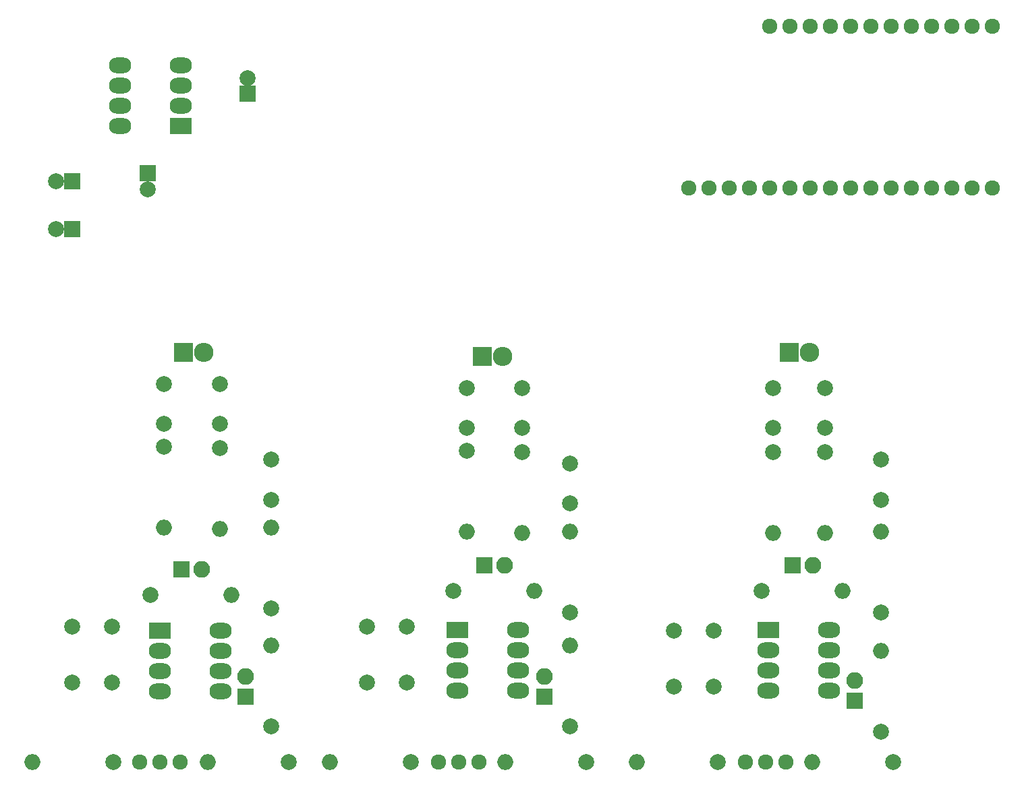
<source format=gbr>
G04 #@! TF.FileFunction,Soldermask,Bot*
%FSLAX46Y46*%
G04 Gerber Fmt 4.6, Leading zero omitted, Abs format (unit mm)*
G04 Created by KiCad (PCBNEW 4.0.5) date 03/24/17 14:53:25*
%MOMM*%
%LPD*%
G01*
G04 APERTURE LIST*
%ADD10C,0.100000*%
%ADD11R,2.800000X2.000000*%
%ADD12O,2.800000X2.000000*%
%ADD13R,2.432000X2.432000*%
%ADD14O,2.432000X2.432000*%
%ADD15C,1.924000*%
%ADD16R,2.000000X2.000000*%
%ADD17C,2.000000*%
%ADD18O,2.000000X2.000000*%
%ADD19R,2.100000X2.100000*%
%ADD20O,2.100000X2.100000*%
G04 APERTURE END LIST*
D10*
D11*
X129000000Y-125460000D03*
D12*
X136620000Y-133080000D03*
X129000000Y-128000000D03*
X136620000Y-130540000D03*
X129000000Y-130540000D03*
X136620000Y-128000000D03*
X129000000Y-133080000D03*
X136620000Y-125460000D03*
D13*
X132000000Y-90500000D03*
D14*
X134540000Y-90500000D03*
D13*
X169500000Y-91000000D03*
D14*
X172040000Y-91000000D03*
D13*
X207960000Y-90500000D03*
D14*
X210500000Y-90500000D03*
D11*
X131620000Y-62080000D03*
D12*
X124000000Y-54460000D03*
X131620000Y-59540000D03*
X124000000Y-57000000D03*
X131620000Y-57000000D03*
X124000000Y-59540000D03*
X131620000Y-54460000D03*
X124000000Y-62080000D03*
D11*
X166380000Y-125420000D03*
D12*
X174000000Y-133040000D03*
X166380000Y-127960000D03*
X174000000Y-130500000D03*
X166380000Y-130500000D03*
X174000000Y-127960000D03*
X166380000Y-133040000D03*
X174000000Y-125420000D03*
D11*
X205380000Y-125420000D03*
D12*
X213000000Y-133040000D03*
X205380000Y-127960000D03*
X213000000Y-130500000D03*
X205380000Y-130500000D03*
X213000000Y-127960000D03*
X205380000Y-133040000D03*
X213000000Y-125420000D03*
D15*
X126460000Y-142000000D03*
X129000000Y-142000000D03*
X131540000Y-142000000D03*
X163960000Y-142000000D03*
X166500000Y-142000000D03*
X169040000Y-142000000D03*
X202460000Y-142000000D03*
X205000000Y-142000000D03*
X207540000Y-142000000D03*
X195360000Y-69810000D03*
X197900000Y-69810000D03*
X200440000Y-69810000D03*
X202980000Y-69810000D03*
X205520000Y-69810000D03*
X208060000Y-69810000D03*
X210600000Y-69810000D03*
X213140000Y-69810000D03*
X215680000Y-69810000D03*
X218220000Y-69810000D03*
X220760000Y-69810000D03*
X223300000Y-69810000D03*
X225840000Y-69810000D03*
X228380000Y-69810000D03*
X230920000Y-69810000D03*
X233460000Y-69810000D03*
X233460000Y-49490000D03*
X230920000Y-49490000D03*
X228380000Y-49490000D03*
X225840000Y-49490000D03*
X223300000Y-49490000D03*
X220760000Y-49490000D03*
X218220000Y-49490000D03*
X215680000Y-49490000D03*
X213140000Y-49490000D03*
X210600000Y-49490000D03*
X208060000Y-49490000D03*
X205520000Y-49490000D03*
D16*
X127500000Y-68000000D03*
D17*
X127500000Y-70000000D03*
D16*
X118000000Y-75000000D03*
D17*
X116000000Y-75000000D03*
D16*
X140000000Y-58000000D03*
D17*
X140000000Y-56000000D03*
D16*
X118000000Y-69000000D03*
D17*
X116000000Y-69000000D03*
X118000000Y-132000000D03*
X123000000Y-132000000D03*
X155000000Y-132000000D03*
X160000000Y-132000000D03*
X193500000Y-132500000D03*
X198500000Y-132500000D03*
X118000000Y-125000000D03*
X123000000Y-125000000D03*
X155000000Y-125000000D03*
X160000000Y-125000000D03*
X193500000Y-125500000D03*
X198500000Y-125500000D03*
X136500000Y-99500000D03*
X136500000Y-94500000D03*
X129500000Y-99500000D03*
X129500000Y-94500000D03*
X174500000Y-100000000D03*
X174500000Y-95000000D03*
X167500000Y-100000000D03*
X167500000Y-95000000D03*
X212500000Y-100000000D03*
X212500000Y-95000000D03*
X206000000Y-100000000D03*
X206000000Y-95000000D03*
X143000000Y-104000000D03*
X143000000Y-109000000D03*
X180500000Y-104500000D03*
X180500000Y-109500000D03*
X219500000Y-104000000D03*
X219500000Y-109000000D03*
X123160000Y-142000000D03*
D18*
X113000000Y-142000000D03*
D17*
X145160000Y-142000000D03*
D18*
X135000000Y-142000000D03*
D17*
X136500000Y-102500000D03*
D18*
X136500000Y-112660000D03*
D17*
X129500000Y-102340000D03*
D18*
X129500000Y-112500000D03*
D17*
X127840000Y-121000000D03*
D18*
X138000000Y-121000000D03*
D17*
X143000000Y-137500000D03*
D18*
X143000000Y-127340000D03*
D17*
X143000000Y-122660000D03*
D18*
X143000000Y-112500000D03*
D17*
X160500000Y-142000000D03*
D18*
X150340000Y-142000000D03*
D17*
X182500000Y-142000000D03*
D18*
X172340000Y-142000000D03*
D17*
X199000000Y-142000000D03*
D18*
X188840000Y-142000000D03*
D17*
X221000000Y-142000000D03*
D18*
X210840000Y-142000000D03*
D17*
X174500000Y-103000000D03*
D18*
X174500000Y-113160000D03*
D17*
X167500000Y-102840000D03*
D18*
X167500000Y-113000000D03*
D17*
X212500000Y-103000000D03*
D18*
X212500000Y-113160000D03*
D17*
X206000000Y-103000000D03*
D18*
X206000000Y-113160000D03*
D17*
X165840000Y-120500000D03*
D18*
X176000000Y-120500000D03*
D17*
X204500000Y-120500000D03*
D18*
X214660000Y-120500000D03*
D17*
X180500000Y-137500000D03*
D18*
X180500000Y-127340000D03*
D17*
X219500000Y-138160000D03*
D18*
X219500000Y-128000000D03*
D17*
X180500000Y-123160000D03*
D18*
X180500000Y-113000000D03*
D17*
X219500000Y-123160000D03*
D18*
X219500000Y-113000000D03*
D19*
X139750000Y-133750000D03*
D20*
X139750000Y-131210000D03*
D19*
X131710000Y-117750000D03*
D20*
X134250000Y-117750000D03*
D19*
X177250000Y-133750000D03*
D20*
X177250000Y-131210000D03*
D19*
X169710000Y-117250000D03*
D20*
X172250000Y-117250000D03*
D19*
X216250000Y-134290000D03*
D20*
X216250000Y-131750000D03*
D19*
X208460000Y-117250000D03*
D20*
X211000000Y-117250000D03*
M02*

</source>
